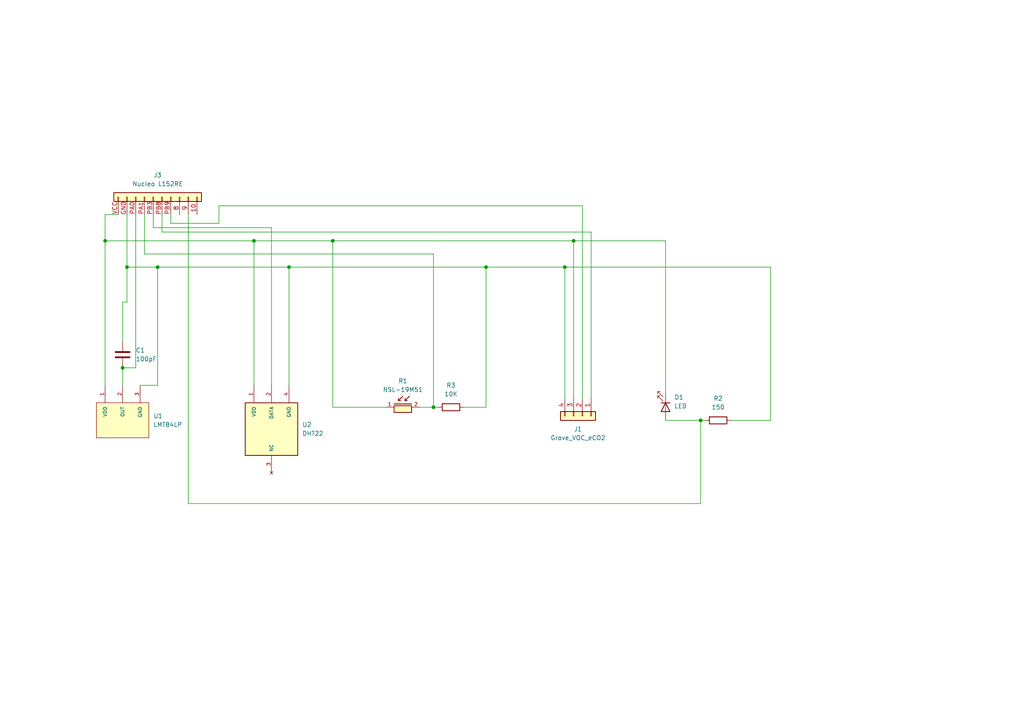
<source format=kicad_sch>
(kicad_sch
	(version 20250114)
	(generator "eeschema")
	(generator_version "9.0")
	(uuid "82e76da5-0746-4626-9683-a3fc5414fa7c")
	(paper "A4")
	(lib_symbols
		(symbol "Connector_Generic:Conn_01x04"
			(pin_names
				(offset 1.016)
				(hide yes)
			)
			(exclude_from_sim no)
			(in_bom yes)
			(on_board yes)
			(property "Reference" "J1"
				(at 2.54 0.0001 0)
				(effects
					(font
						(size 1.27 1.27)
					)
					(justify left)
				)
			)
			(property "Value" "Grove_VOC_eCO2"
				(at 2.54 -2.5399 0)
				(effects
					(font
						(size 1.27 1.27)
					)
					(justify left)
				)
			)
			(property "Footprint" "Connector_PinHeader_2.54mm:PinHeader_1x04_P2.54mm_Vertical"
				(at 0 0 0)
				(effects
					(font
						(size 1.27 1.27)
					)
					(hide yes)
				)
			)
			(property "Datasheet" "~"
				(at 0 0 0)
				(effects
					(font
						(size 1.27 1.27)
					)
					(hide yes)
				)
			)
			(property "Description" "Generic connector, single row, 01x04, script generated (kicad-library-utils/schlib/autogen/connector/)"
				(at 0 0 0)
				(effects
					(font
						(size 1.27 1.27)
					)
					(hide yes)
				)
			)
			(property "ki_keywords" "connector"
				(at 0 0 0)
				(effects
					(font
						(size 1.27 1.27)
					)
					(hide yes)
				)
			)
			(property "ki_fp_filters" "Connector*:*_1x??_*"
				(at 0 0 0)
				(effects
					(font
						(size 1.27 1.27)
					)
					(hide yes)
				)
			)
			(symbol "Conn_01x04_1_1"
				(rectangle
					(start -1.27 3.81)
					(end 1.27 -6.35)
					(stroke
						(width 0.254)
						(type default)
					)
					(fill
						(type background)
					)
				)
				(rectangle
					(start -1.27 2.667)
					(end 0 2.413)
					(stroke
						(width 0.1524)
						(type default)
					)
					(fill
						(type none)
					)
				)
				(rectangle
					(start -1.27 0.127)
					(end 0 -0.127)
					(stroke
						(width 0.1524)
						(type default)
					)
					(fill
						(type none)
					)
				)
				(rectangle
					(start -1.27 -2.413)
					(end 0 -2.667)
					(stroke
						(width 0.1524)
						(type default)
					)
					(fill
						(type none)
					)
				)
				(rectangle
					(start -1.27 -4.953)
					(end 0 -5.207)
					(stroke
						(width 0.1524)
						(type default)
					)
					(fill
						(type none)
					)
				)
				(pin passive line
					(at -5.08 2.54 0)
					(length 3.81)
					(name "SCL"
						(effects
							(font
								(size 1.27 1.27)
							)
						)
					)
					(number "1"
						(effects
							(font
								(size 1.27 1.27)
							)
						)
					)
				)
				(pin passive line
					(at -5.08 0 0)
					(length 3.81)
					(name "SDA"
						(effects
							(font
								(size 1.27 1.27)
							)
						)
					)
					(number "2"
						(effects
							(font
								(size 1.27 1.27)
							)
						)
					)
				)
				(pin passive line
					(at -5.08 -2.54 0)
					(length 3.81)
					(name "VCC"
						(effects
							(font
								(size 1.27 1.27)
							)
						)
					)
					(number "3"
						(effects
							(font
								(size 1.27 1.27)
							)
						)
					)
				)
				(pin passive line
					(at -5.08 -5.08 0)
					(length 3.81)
					(name "GND"
						(effects
							(font
								(size 1.27 1.27)
							)
						)
					)
					(number "4"
						(effects
							(font
								(size 1.27 1.27)
							)
						)
					)
				)
			)
			(embedded_fonts no)
		)
		(symbol "Connector_Generic:Conn_01x10"
			(pin_names
				(offset 1.016)
				(hide yes)
			)
			(exclude_from_sim no)
			(in_bom yes)
			(on_board yes)
			(property "Reference" "J3"
				(at 6.35 -1.27 90)
				(effects
					(font
						(size 1.27 1.27)
					)
				)
			)
			(property "Value" "Conn_01x10"
				(at 3.81 -1.27 90)
				(effects
					(font
						(size 1.27 1.27)
					)
				)
			)
			(property "Footprint" "Connector_PinHeader_2.54mm:PinHeader_2x05_P2.54mm_Vertical"
				(at 0 0 0)
				(effects
					(font
						(size 1.27 1.27)
					)
					(hide yes)
				)
			)
			(property "Datasheet" "~"
				(at 0 0 0)
				(effects
					(font
						(size 1.27 1.27)
					)
					(hide yes)
				)
			)
			(property "Description" "Generic connector, single row, 01x10, script generated (kicad-library-utils/schlib/autogen/connector/)"
				(at 0 0 0)
				(effects
					(font
						(size 1.27 1.27)
					)
					(hide yes)
				)
			)
			(property "ki_keywords" "connector"
				(at 0 0 0)
				(effects
					(font
						(size 1.27 1.27)
					)
					(hide yes)
				)
			)
			(property "ki_fp_filters" "Connector*:*_1x??_*"
				(at 0 0 0)
				(effects
					(font
						(size 1.27 1.27)
					)
					(hide yes)
				)
			)
			(symbol "Conn_01x10_1_1"
				(rectangle
					(start -1.27 11.43)
					(end 1.27 -13.97)
					(stroke
						(width 0.254)
						(type default)
					)
					(fill
						(type background)
					)
				)
				(rectangle
					(start -1.27 10.287)
					(end 0 10.033)
					(stroke
						(width 0.1524)
						(type default)
					)
					(fill
						(type none)
					)
				)
				(rectangle
					(start -1.27 7.747)
					(end 0 7.493)
					(stroke
						(width 0.1524)
						(type default)
					)
					(fill
						(type none)
					)
				)
				(rectangle
					(start -1.27 5.207)
					(end 0 4.953)
					(stroke
						(width 0.1524)
						(type default)
					)
					(fill
						(type none)
					)
				)
				(rectangle
					(start -1.27 2.667)
					(end 0 2.413)
					(stroke
						(width 0.1524)
						(type default)
					)
					(fill
						(type none)
					)
				)
				(rectangle
					(start -1.27 0.127)
					(end 0 -0.127)
					(stroke
						(width 0.1524)
						(type default)
					)
					(fill
						(type none)
					)
				)
				(rectangle
					(start -1.27 -2.413)
					(end 0 -2.667)
					(stroke
						(width 0.1524)
						(type default)
					)
					(fill
						(type none)
					)
				)
				(rectangle
					(start -1.27 -4.953)
					(end 0 -5.207)
					(stroke
						(width 0.1524)
						(type default)
					)
					(fill
						(type none)
					)
				)
				(rectangle
					(start -1.27 -7.493)
					(end 0 -7.747)
					(stroke
						(width 0.1524)
						(type default)
					)
					(fill
						(type none)
					)
				)
				(rectangle
					(start -1.27 -10.033)
					(end 0 -10.287)
					(stroke
						(width 0.1524)
						(type default)
					)
					(fill
						(type none)
					)
				)
				(rectangle
					(start -1.27 -12.573)
					(end 0 -12.827)
					(stroke
						(width 0.1524)
						(type default)
					)
					(fill
						(type none)
					)
				)
				(pin passive line
					(at -5.08 10.16 0)
					(length 3.81)
					(name "3V3"
						(effects
							(font
								(size 1.27 1.27)
							)
						)
					)
					(number "VCC"
						(effects
							(font
								(size 1.27 1.27)
							)
						)
					)
				)
				(pin passive line
					(at -5.08 7.62 0)
					(length 3.81)
					(name "GND"
						(effects
							(font
								(size 1.27 1.27)
							)
						)
					)
					(number "GND"
						(effects
							(font
								(size 1.27 1.27)
							)
						)
					)
				)
				(pin passive line
					(at -5.08 5.08 0)
					(length 3.81)
					(name "TEMP_ADC"
						(effects
							(font
								(size 1.27 1.27)
							)
						)
					)
					(number "PA0"
						(effects
							(font
								(size 1.27 1.27)
							)
						)
					)
				)
				(pin passive line
					(at -5.08 2.54 0)
					(length 3.81)
					(name "LDR_ADC"
						(effects
							(font
								(size 1.27 1.27)
							)
						)
					)
					(number "PA1"
						(effects
							(font
								(size 1.27 1.27)
							)
						)
					)
				)
				(pin passive line
					(at -5.08 0 0)
					(length 3.81)
					(name "DHT_DATA"
						(effects
							(font
								(size 1.27 1.27)
							)
						)
					)
					(number "PB3"
						(effects
							(font
								(size 1.27 1.27)
							)
						)
					)
				)
				(pin passive line
					(at -5.08 -2.54 0)
					(length 3.81)
					(name "VOC_SCL"
						(effects
							(font
								(size 1.27 1.27)
							)
						)
					)
					(number "PB8"
						(effects
							(font
								(size 1.27 1.27)
							)
						)
					)
				)
				(pin passive line
					(at -5.08 -5.08 0)
					(length 3.81)
					(name "VOC_SDA"
						(effects
							(font
								(size 1.27 1.27)
							)
						)
					)
					(number "PB9"
						(effects
							(font
								(size 1.27 1.27)
							)
						)
					)
				)
				(pin passive line
					(at -5.08 -7.62 0)
					(length 3.81)
					(name "ACV_ADC"
						(effects
							(font
								(size 1.27 1.27)
							)
						)
					)
					(number "8"
						(effects
							(font
								(size 1.27 1.27)
							)
						)
					)
				)
				(pin passive line
					(at -5.08 -10.16 0)
					(length 3.81)
					(name "LED_CTRL"
						(effects
							(font
								(size 1.27 1.27)
							)
						)
					)
					(number "9"
						(effects
							(font
								(size 1.27 1.27)
							)
						)
					)
				)
				(pin passive line
					(at -5.08 -12.7 0)
					(length 3.81)
					(name "SPARE_GPIO"
						(effects
							(font
								(size 1.27 1.27)
							)
						)
					)
					(number "10"
						(effects
							(font
								(size 1.27 1.27)
							)
						)
					)
				)
			)
			(embedded_fonts no)
		)
		(symbol "DHT22:DHT22"
			(pin_names
				(offset 1.016)
			)
			(exclude_from_sim no)
			(in_bom yes)
			(on_board yes)
			(property "Reference" "U"
				(at -7.62 8.382 0)
				(effects
					(font
						(size 1.27 1.27)
					)
					(justify left bottom)
				)
			)
			(property "Value" "DHT22"
				(at -7.62 -10.16 0)
				(effects
					(font
						(size 1.27 1.27)
					)
					(justify left bottom)
				)
			)
			(property "Footprint" "DHT22:XDCR_DHT22"
				(at 0 0 0)
				(effects
					(font
						(size 1.27 1.27)
					)
					(justify bottom)
					(hide yes)
				)
			)
			(property "Datasheet" ""
				(at 0 0 0)
				(effects
					(font
						(size 1.27 1.27)
					)
					(hide yes)
				)
			)
			(property "Description" ""
				(at 0 0 0)
				(effects
					(font
						(size 1.27 1.27)
					)
					(hide yes)
				)
			)
			(property "MF" "Aosong Electronics"
				(at 0 0 0)
				(effects
					(font
						(size 1.27 1.27)
					)
					(justify bottom)
					(hide yes)
				)
			)
			(property "MAXIMUM_PACKAGE_HEIGHT" "7.8 mm"
				(at 0 0 0)
				(effects
					(font
						(size 1.27 1.27)
					)
					(justify bottom)
					(hide yes)
				)
			)
			(property "CREATOR" "KARTHIK"
				(at 0 0 0)
				(effects
					(font
						(size 1.27 1.27)
					)
					(justify bottom)
					(hide yes)
				)
			)
			(property "Price" "None"
				(at 0 0 0)
				(effects
					(font
						(size 1.27 1.27)
					)
					(justify bottom)
					(hide yes)
				)
			)
			(property "Package" "Package"
				(at 0 0 0)
				(effects
					(font
						(size 1.27 1.27)
					)
					(justify bottom)
					(hide yes)
				)
			)
			(property "Check_prices" "https://www.snapeda.com/parts/DHT22/Aosong+Electronics/view-part/?ref=eda"
				(at 0 0 0)
				(effects
					(font
						(size 1.27 1.27)
					)
					(justify bottom)
					(hide yes)
				)
			)
			(property "STANDARD" "IPC-7351B"
				(at 0 0 0)
				(effects
					(font
						(size 1.27 1.27)
					)
					(justify bottom)
					(hide yes)
				)
			)
			(property "SnapEDA_Link" "https://www.snapeda.com/parts/DHT22/Aosong+Electronics/view-part/?ref=snap"
				(at 0 0 0)
				(effects
					(font
						(size 1.27 1.27)
					)
					(justify bottom)
					(hide yes)
				)
			)
			(property "MP" "DHT22"
				(at 0 0 0)
				(effects
					(font
						(size 1.27 1.27)
					)
					(justify bottom)
					(hide yes)
				)
			)
			(property "Description_1" "Capacitive-type humidity and temperature module/sensor"
				(at 0 0 0)
				(effects
					(font
						(size 1.27 1.27)
					)
					(justify bottom)
					(hide yes)
				)
			)
			(property "Availability" "Not in stock"
				(at 0 0 0)
				(effects
					(font
						(size 1.27 1.27)
					)
					(justify bottom)
					(hide yes)
				)
			)
			(property "MANUFACTURER" "Aosong Electronics"
				(at 0 0 0)
				(effects
					(font
						(size 1.27 1.27)
					)
					(justify bottom)
					(hide yes)
				)
			)
			(symbol "DHT22_0_0"
				(rectangle
					(start -7.62 -7.62)
					(end 7.62 7.62)
					(stroke
						(width 0.254)
						(type default)
					)
					(fill
						(type background)
					)
				)
				(pin no_connect line
					(at -12.7 0 0)
					(length 5.08)
					(name "NC"
						(effects
							(font
								(size 1.016 1.016)
							)
						)
					)
					(number "3"
						(effects
							(font
								(size 1.016 1.016)
							)
						)
					)
				)
				(pin power_in line
					(at 12.7 5.08 180)
					(length 5.08)
					(name "VDD"
						(effects
							(font
								(size 1.016 1.016)
							)
						)
					)
					(number "1"
						(effects
							(font
								(size 1.016 1.016)
							)
						)
					)
				)
				(pin bidirectional line
					(at 12.7 0 180)
					(length 5.08)
					(name "DATA"
						(effects
							(font
								(size 1.016 1.016)
							)
						)
					)
					(number "2"
						(effects
							(font
								(size 1.016 1.016)
							)
						)
					)
				)
				(pin power_in line
					(at 12.7 -5.08 180)
					(length 5.08)
					(name "GND"
						(effects
							(font
								(size 1.016 1.016)
							)
						)
					)
					(number "4"
						(effects
							(font
								(size 1.016 1.016)
							)
						)
					)
				)
			)
			(embedded_fonts no)
		)
		(symbol "Device:C"
			(pin_numbers
				(hide yes)
			)
			(pin_names
				(offset 0.254)
			)
			(exclude_from_sim no)
			(in_bom yes)
			(on_board yes)
			(property "Reference" "C"
				(at 0.635 2.54 0)
				(effects
					(font
						(size 1.27 1.27)
					)
					(justify left)
				)
			)
			(property "Value" "C"
				(at 0.635 -2.54 0)
				(effects
					(font
						(size 1.27 1.27)
					)
					(justify left)
				)
			)
			(property "Footprint" ""
				(at 0.9652 -3.81 0)
				(effects
					(font
						(size 1.27 1.27)
					)
					(hide yes)
				)
			)
			(property "Datasheet" "~"
				(at 0 0 0)
				(effects
					(font
						(size 1.27 1.27)
					)
					(hide yes)
				)
			)
			(property "Description" "Unpolarized capacitor"
				(at 0 0 0)
				(effects
					(font
						(size 1.27 1.27)
					)
					(hide yes)
				)
			)
			(property "ki_keywords" "cap capacitor"
				(at 0 0 0)
				(effects
					(font
						(size 1.27 1.27)
					)
					(hide yes)
				)
			)
			(property "ki_fp_filters" "C_*"
				(at 0 0 0)
				(effects
					(font
						(size 1.27 1.27)
					)
					(hide yes)
				)
			)
			(symbol "C_0_1"
				(polyline
					(pts
						(xy -2.032 0.762) (xy 2.032 0.762)
					)
					(stroke
						(width 0.508)
						(type default)
					)
					(fill
						(type none)
					)
				)
				(polyline
					(pts
						(xy -2.032 -0.762) (xy 2.032 -0.762)
					)
					(stroke
						(width 0.508)
						(type default)
					)
					(fill
						(type none)
					)
				)
			)
			(symbol "C_1_1"
				(pin passive line
					(at 0 3.81 270)
					(length 2.794)
					(name "~"
						(effects
							(font
								(size 1.27 1.27)
							)
						)
					)
					(number "1"
						(effects
							(font
								(size 1.27 1.27)
							)
						)
					)
				)
				(pin passive line
					(at 0 -3.81 90)
					(length 2.794)
					(name "~"
						(effects
							(font
								(size 1.27 1.27)
							)
						)
					)
					(number "2"
						(effects
							(font
								(size 1.27 1.27)
							)
						)
					)
				)
			)
			(embedded_fonts no)
		)
		(symbol "Device:LED"
			(pin_numbers
				(hide yes)
			)
			(pin_names
				(offset 1.016)
				(hide yes)
			)
			(exclude_from_sim no)
			(in_bom yes)
			(on_board yes)
			(property "Reference" "D"
				(at 0 2.54 0)
				(effects
					(font
						(size 1.27 1.27)
					)
				)
			)
			(property "Value" "LED"
				(at 0 -2.54 0)
				(effects
					(font
						(size 1.27 1.27)
					)
				)
			)
			(property "Footprint" ""
				(at 0 0 0)
				(effects
					(font
						(size 1.27 1.27)
					)
					(hide yes)
				)
			)
			(property "Datasheet" "~"
				(at 0 0 0)
				(effects
					(font
						(size 1.27 1.27)
					)
					(hide yes)
				)
			)
			(property "Description" "Light emitting diode"
				(at 0 0 0)
				(effects
					(font
						(size 1.27 1.27)
					)
					(hide yes)
				)
			)
			(property "Sim.Pins" "1=K 2=A"
				(at 0 0 0)
				(effects
					(font
						(size 1.27 1.27)
					)
					(hide yes)
				)
			)
			(property "ki_keywords" "LED diode"
				(at 0 0 0)
				(effects
					(font
						(size 1.27 1.27)
					)
					(hide yes)
				)
			)
			(property "ki_fp_filters" "LED* LED_SMD:* LED_THT:*"
				(at 0 0 0)
				(effects
					(font
						(size 1.27 1.27)
					)
					(hide yes)
				)
			)
			(symbol "LED_0_1"
				(polyline
					(pts
						(xy -3.048 -0.762) (xy -4.572 -2.286) (xy -3.81 -2.286) (xy -4.572 -2.286) (xy -4.572 -1.524)
					)
					(stroke
						(width 0)
						(type default)
					)
					(fill
						(type none)
					)
				)
				(polyline
					(pts
						(xy -1.778 -0.762) (xy -3.302 -2.286) (xy -2.54 -2.286) (xy -3.302 -2.286) (xy -3.302 -1.524)
					)
					(stroke
						(width 0)
						(type default)
					)
					(fill
						(type none)
					)
				)
				(polyline
					(pts
						(xy -1.27 0) (xy 1.27 0)
					)
					(stroke
						(width 0)
						(type default)
					)
					(fill
						(type none)
					)
				)
				(polyline
					(pts
						(xy -1.27 -1.27) (xy -1.27 1.27)
					)
					(stroke
						(width 0.254)
						(type default)
					)
					(fill
						(type none)
					)
				)
				(polyline
					(pts
						(xy 1.27 -1.27) (xy 1.27 1.27) (xy -1.27 0) (xy 1.27 -1.27)
					)
					(stroke
						(width 0.254)
						(type default)
					)
					(fill
						(type none)
					)
				)
			)
			(symbol "LED_1_1"
				(pin passive line
					(at -3.81 0 0)
					(length 2.54)
					(name "K"
						(effects
							(font
								(size 1.27 1.27)
							)
						)
					)
					(number "1"
						(effects
							(font
								(size 1.27 1.27)
							)
						)
					)
				)
				(pin passive line
					(at 3.81 0 180)
					(length 2.54)
					(name "A"
						(effects
							(font
								(size 1.27 1.27)
							)
						)
					)
					(number "2"
						(effects
							(font
								(size 1.27 1.27)
							)
						)
					)
				)
			)
			(embedded_fonts no)
		)
		(symbol "Device:R"
			(pin_numbers
				(hide yes)
			)
			(pin_names
				(offset 0)
			)
			(exclude_from_sim no)
			(in_bom yes)
			(on_board yes)
			(property "Reference" "R"
				(at 2.032 0 90)
				(effects
					(font
						(size 1.27 1.27)
					)
				)
			)
			(property "Value" "R"
				(at 0 0 90)
				(effects
					(font
						(size 1.27 1.27)
					)
				)
			)
			(property "Footprint" ""
				(at -1.778 0 90)
				(effects
					(font
						(size 1.27 1.27)
					)
					(hide yes)
				)
			)
			(property "Datasheet" "~"
				(at 0 0 0)
				(effects
					(font
						(size 1.27 1.27)
					)
					(hide yes)
				)
			)
			(property "Description" "Resistor"
				(at 0 0 0)
				(effects
					(font
						(size 1.27 1.27)
					)
					(hide yes)
				)
			)
			(property "ki_keywords" "R res resistor"
				(at 0 0 0)
				(effects
					(font
						(size 1.27 1.27)
					)
					(hide yes)
				)
			)
			(property "ki_fp_filters" "R_*"
				(at 0 0 0)
				(effects
					(font
						(size 1.27 1.27)
					)
					(hide yes)
				)
			)
			(symbol "R_0_1"
				(rectangle
					(start -1.016 -2.54)
					(end 1.016 2.54)
					(stroke
						(width 0.254)
						(type default)
					)
					(fill
						(type none)
					)
				)
			)
			(symbol "R_1_1"
				(pin passive line
					(at 0 3.81 270)
					(length 1.27)
					(name "~"
						(effects
							(font
								(size 1.27 1.27)
							)
						)
					)
					(number "1"
						(effects
							(font
								(size 1.27 1.27)
							)
						)
					)
				)
				(pin passive line
					(at 0 -3.81 90)
					(length 1.27)
					(name "~"
						(effects
							(font
								(size 1.27 1.27)
							)
						)
					)
					(number "2"
						(effects
							(font
								(size 1.27 1.27)
							)
						)
					)
				)
			)
			(embedded_fonts no)
		)
		(symbol "LMT84LP:LMT84LP"
			(pin_names
				(offset 1.016)
			)
			(exclude_from_sim no)
			(in_bom yes)
			(on_board yes)
			(property "Reference" "U"
				(at -5.08 8.128 0)
				(effects
					(font
						(size 1.27 1.27)
					)
					(justify left bottom)
				)
			)
			(property "Value" "LMT84LP"
				(at -5.08 -10.16 0)
				(effects
					(font
						(size 1.27 1.27)
					)
					(justify left bottom)
				)
			)
			(property "Footprint" "LMT84LP:TO92127P521H1034-3"
				(at 0 0 0)
				(effects
					(font
						(size 1.27 1.27)
					)
					(justify bottom)
					(hide yes)
				)
			)
			(property "Datasheet" ""
				(at 0 0 0)
				(effects
					(font
						(size 1.27 1.27)
					)
					(hide yes)
				)
			)
			(property "Description" ""
				(at 0 0 0)
				(effects
					(font
						(size 1.27 1.27)
					)
					(hide yes)
				)
			)
			(property "MF" "Texas Instruments"
				(at 0 0 0)
				(effects
					(font
						(size 1.27 1.27)
					)
					(justify bottom)
					(hide yes)
				)
			)
			(property "MAXIMUM_PACKAGE_HEIGHT" "7.88mm"
				(at 0 0 0)
				(effects
					(font
						(size 1.27 1.27)
					)
					(justify bottom)
					(hide yes)
				)
			)
			(property "Package" "TO-92-3 Texas Instruments"
				(at 0 0 0)
				(effects
					(font
						(size 1.27 1.27)
					)
					(justify bottom)
					(hide yes)
				)
			)
			(property "Price" "None"
				(at 0 0 0)
				(effects
					(font
						(size 1.27 1.27)
					)
					(justify bottom)
					(hide yes)
				)
			)
			(property "Check_prices" "https://www.snapeda.com/parts/LMT84LP/Texas+Instruments/view-part/?ref=eda"
				(at 0 0 0)
				(effects
					(font
						(size 1.27 1.27)
					)
					(justify bottom)
					(hide yes)
				)
			)
			(property "STANDARD" "IPC-7351B"
				(at 0 0 0)
				(effects
					(font
						(size 1.27 1.27)
					)
					(justify bottom)
					(hide yes)
				)
			)
			(property "PARTREV" "4215214/B"
				(at 0 0 0)
				(effects
					(font
						(size 1.27 1.27)
					)
					(justify bottom)
					(hide yes)
				)
			)
			(property "SnapEDA_Link" "https://www.snapeda.com/parts/LMT84LP/Texas+Instruments/view-part/?ref=snap"
				(at 0 0 0)
				(effects
					(font
						(size 1.27 1.27)
					)
					(justify bottom)
					(hide yes)
				)
			)
			(property "MP" "LMT84LP"
				(at 0 0 0)
				(effects
					(font
						(size 1.27 1.27)
					)
					(justify bottom)
					(hide yes)
				)
			)
			(property "Description_1" "1.5V-Capable, 10 uA Analog Output Temperature Sensor in SC70 and TO-92"
				(at 0 0 0)
				(effects
					(font
						(size 1.27 1.27)
					)
					(justify bottom)
					(hide yes)
				)
			)
			(property "Availability" "In Stock"
				(at 0 0 0)
				(effects
					(font
						(size 1.27 1.27)
					)
					(justify bottom)
					(hide yes)
				)
			)
			(property "MANUFACTURER" "Texas Instruments"
				(at 0 0 0)
				(effects
					(font
						(size 1.27 1.27)
					)
					(justify bottom)
					(hide yes)
				)
			)
			(symbol "LMT84LP_0_0"
				(rectangle
					(start -5.08 -7.62)
					(end 5.08 7.62)
					(stroke
						(width 0.1524)
						(type default)
					)
					(fill
						(type background)
					)
				)
				(pin power_in line
					(at 10.16 5.08 180)
					(length 5.08)
					(name "VDD"
						(effects
							(font
								(size 1.016 1.016)
							)
						)
					)
					(number "1"
						(effects
							(font
								(size 1.016 1.016)
							)
						)
					)
				)
				(pin output line
					(at 10.16 0 180)
					(length 5.08)
					(name "OUT"
						(effects
							(font
								(size 1.016 1.016)
							)
						)
					)
					(number "2"
						(effects
							(font
								(size 1.016 1.016)
							)
						)
					)
				)
				(pin power_in line
					(at 10.16 -5.08 180)
					(length 5.08)
					(name "GND"
						(effects
							(font
								(size 1.016 1.016)
							)
						)
					)
					(number "3"
						(effects
							(font
								(size 1.016 1.016)
							)
						)
					)
				)
			)
			(embedded_fonts no)
		)
		(symbol "NSL-19M51:NSL-19M51"
			(pin_names
				(offset 1.016)
			)
			(exclude_from_sim no)
			(in_bom yes)
			(on_board yes)
			(property "Reference" "R"
				(at -2.863 -3.1811 0)
				(effects
					(font
						(size 1.27 1.27)
					)
					(justify left bottom)
				)
			)
			(property "Value" "NSL-19M51"
				(at -2.8646 -5.411 0)
				(effects
					(font
						(size 1.27 1.27)
					)
					(justify left bottom)
				)
			)
			(property "Footprint" "NSL-19M51:NSL_19M51"
				(at 0 0 0)
				(effects
					(font
						(size 1.27 1.27)
					)
					(justify bottom)
					(hide yes)
				)
			)
			(property "Datasheet" ""
				(at 0 0 0)
				(effects
					(font
						(size 1.27 1.27)
					)
					(hide yes)
				)
			)
			(property "Description" ""
				(at 0 0 0)
				(effects
					(font
						(size 1.27 1.27)
					)
					(hide yes)
				)
			)
			(property "MF" "Advanced Photonix"
				(at 0 0 0)
				(effects
					(font
						(size 1.27 1.27)
					)
					(justify bottom)
					(hide yes)
				)
			)
			(property "Description_1" "CdS Cells 550nm 20 ~ 100kOhms @ 10 lux"
				(at 0 0 0)
				(effects
					(font
						(size 1.27 1.27)
					)
					(justify bottom)
					(hide yes)
				)
			)
			(property "Package" "Radial Advanced Photonix"
				(at 0 0 0)
				(effects
					(font
						(size 1.27 1.27)
					)
					(justify bottom)
					(hide yes)
				)
			)
			(property "Price" "None"
				(at 0 0 0)
				(effects
					(font
						(size 1.27 1.27)
					)
					(justify bottom)
					(hide yes)
				)
			)
			(property "SnapEDA_Link" "https://www.snapeda.com/parts/NSL-19M51/Advanced+Photonix/view-part/?ref=snap"
				(at 0 0 0)
				(effects
					(font
						(size 1.27 1.27)
					)
					(justify bottom)
					(hide yes)
				)
			)
			(property "MP" "NSL-19M51"
				(at 0 0 0)
				(effects
					(font
						(size 1.27 1.27)
					)
					(justify bottom)
					(hide yes)
				)
			)
			(property "Availability" "In Stock"
				(at 0 0 0)
				(effects
					(font
						(size 1.27 1.27)
					)
					(justify bottom)
					(hide yes)
				)
			)
			(property "Check_prices" "https://www.snapeda.com/parts/NSL-19M51/Advanced+Photonix/view-part/?ref=eda"
				(at 0 0 0)
				(effects
					(font
						(size 1.27 1.27)
					)
					(justify bottom)
					(hide yes)
				)
			)
			(symbol "NSL-19M51_0_0"
				(polyline
					(pts
						(xy -2.54 0.9525) (xy 2.54 0.9525)
					)
					(stroke
						(width 0.254)
						(type default)
					)
					(fill
						(type none)
					)
				)
				(rectangle
					(start -2.54 -1.4968)
					(end 2.54 0.4082)
					(stroke
						(width 0.254)
						(type default)
					)
					(fill
						(type background)
					)
				)
				(polyline
					(pts
						(xy -1.27 1.905) (xy -1.27 2.54)
					)
					(stroke
						(width 0.25)
						(type default)
					)
					(fill
						(type none)
					)
				)
				(polyline
					(pts
						(xy -1.27 1.905) (xy -0.635 1.905)
					)
					(stroke
						(width 0.25)
						(type default)
					)
					(fill
						(type none)
					)
				)
				(polyline
					(pts
						(xy 0 3.175) (xy -1.27 1.905)
					)
					(stroke
						(width 0.25)
						(type default)
					)
					(fill
						(type none)
					)
				)
				(polyline
					(pts
						(xy 0.635 1.905) (xy 0.635 2.54)
					)
					(stroke
						(width 0.25)
						(type default)
					)
					(fill
						(type none)
					)
				)
				(polyline
					(pts
						(xy 0.635 1.905) (xy 1.27 1.905)
					)
					(stroke
						(width 0.25)
						(type default)
					)
					(fill
						(type none)
					)
				)
				(polyline
					(pts
						(xy 1.905 3.175) (xy 0.635 1.905)
					)
					(stroke
						(width 0.25)
						(type default)
					)
					(fill
						(type none)
					)
				)
				(pin passive line
					(at -5.08 0 0)
					(length 2.54)
					(name "~"
						(effects
							(font
								(size 1.016 1.016)
							)
						)
					)
					(number "1"
						(effects
							(font
								(size 1.016 1.016)
							)
						)
					)
				)
				(pin passive line
					(at 5.08 0 180)
					(length 2.54)
					(name "~"
						(effects
							(font
								(size 1.016 1.016)
							)
						)
					)
					(number "2"
						(effects
							(font
								(size 1.016 1.016)
							)
						)
					)
				)
			)
			(embedded_fonts no)
		)
	)
	(junction
		(at 166.37 69.85)
		(diameter 0)
		(color 0 0 0 0)
		(uuid "024d0de6-3b94-4d11-8771-74cf37e3a952")
	)
	(junction
		(at 96.52 69.85)
		(diameter 0)
		(color 0 0 0 0)
		(uuid "0978dcad-11b5-4897-9f85-c07a9cf23d98")
	)
	(junction
		(at 83.82 77.47)
		(diameter 0)
		(color 0 0 0 0)
		(uuid "1446ea88-866c-4eef-b58a-402601f1897c")
	)
	(junction
		(at 36.83 77.47)
		(diameter 0)
		(color 0 0 0 0)
		(uuid "21346a42-47c8-46bc-b589-4d0a6c9e16f8")
	)
	(junction
		(at 30.48 69.85)
		(diameter 0)
		(color 0 0 0 0)
		(uuid "3ee36b4f-7903-4e4d-b6b2-a62079ad75a6")
	)
	(junction
		(at 140.97 77.47)
		(diameter 0)
		(color 0 0 0 0)
		(uuid "5dc37840-5cb0-4d2c-a5dd-40ab95a22f95")
	)
	(junction
		(at 125.73 118.11)
		(diameter 0)
		(color 0 0 0 0)
		(uuid "8854798a-7b44-4ac7-8a1e-00fdf4ebdadd")
	)
	(junction
		(at 73.66 69.85)
		(diameter 0)
		(color 0 0 0 0)
		(uuid "95aca6a6-8b6a-4baa-a187-0ecd7eb2d408")
	)
	(junction
		(at 45.72 77.47)
		(diameter 0)
		(color 0 0 0 0)
		(uuid "96cec780-a5f7-4b26-989f-32faeeb57245")
	)
	(junction
		(at 203.2 121.92)
		(diameter 0)
		(color 0 0 0 0)
		(uuid "a8992ffe-4f80-403b-991a-b34c5955b14c")
	)
	(junction
		(at 35.56 106.68)
		(diameter 0)
		(color 0 0 0 0)
		(uuid "bbd64b25-3862-4c25-9c14-73b1b7f3d801")
	)
	(junction
		(at 163.83 77.47)
		(diameter 0)
		(color 0 0 0 0)
		(uuid "d82d1f9a-3455-4f28-8b58-a537f3d859a1")
	)
	(wire
		(pts
			(xy 125.73 118.11) (xy 127 118.11)
		)
		(stroke
			(width 0)
			(type default)
		)
		(uuid "055a21f6-93d0-40e5-9f64-e5ad0897b05c")
	)
	(wire
		(pts
			(xy 171.45 115.57) (xy 171.45 67.31)
		)
		(stroke
			(width 0)
			(type default)
		)
		(uuid "0929069c-e114-4a3e-90e3-4466490fadda")
	)
	(wire
		(pts
			(xy 171.45 67.31) (xy 46.99 67.31)
		)
		(stroke
			(width 0)
			(type default)
		)
		(uuid "0a0e6042-9340-4fa0-ac88-9b4a47d68b5e")
	)
	(wire
		(pts
			(xy 96.52 118.11) (xy 96.52 69.85)
		)
		(stroke
			(width 0)
			(type default)
		)
		(uuid "13083bef-5007-4817-8f0e-3ab7dcedb73d")
	)
	(wire
		(pts
			(xy 30.48 69.85) (xy 73.66 69.85)
		)
		(stroke
			(width 0)
			(type default)
		)
		(uuid "16720fc2-af84-42ee-9aff-c4113e159d43")
	)
	(wire
		(pts
			(xy 30.48 111.76) (xy 30.48 69.85)
		)
		(stroke
			(width 0)
			(type default)
		)
		(uuid "1e8cd918-5baa-4e85-ac74-9e1e0034d23c")
	)
	(wire
		(pts
			(xy 223.52 121.92) (xy 223.52 77.47)
		)
		(stroke
			(width 0)
			(type default)
		)
		(uuid "27650979-6a7f-4779-a267-7e06fc64dde8")
	)
	(wire
		(pts
			(xy 54.61 146.05) (xy 203.2 146.05)
		)
		(stroke
			(width 0)
			(type default)
		)
		(uuid "29d89666-f9fe-4ba1-9cd9-e292fbe68e7e")
	)
	(wire
		(pts
			(xy 35.56 106.68) (xy 35.56 111.76)
		)
		(stroke
			(width 0)
			(type default)
		)
		(uuid "2bad89a0-c916-4041-b4df-dc49676286ed")
	)
	(wire
		(pts
			(xy 45.72 77.47) (xy 36.83 77.47)
		)
		(stroke
			(width 0)
			(type default)
		)
		(uuid "4644baf4-947d-49df-84f3-c95125d3ce47")
	)
	(wire
		(pts
			(xy 30.48 62.23) (xy 34.29 62.23)
		)
		(stroke
			(width 0)
			(type default)
		)
		(uuid "48161f2c-7316-43fb-ba70-3f34487d3d84")
	)
	(wire
		(pts
			(xy 168.91 115.57) (xy 168.91 59.69)
		)
		(stroke
			(width 0)
			(type default)
		)
		(uuid "4df9298c-b92d-4625-b6d9-bef168f37711")
	)
	(wire
		(pts
			(xy 78.74 111.76) (xy 78.74 66.04)
		)
		(stroke
			(width 0)
			(type default)
		)
		(uuid "4eb45793-e3ce-4ad4-9772-6957506cee0d")
	)
	(wire
		(pts
			(xy 193.04 121.92) (xy 203.2 121.92)
		)
		(stroke
			(width 0)
			(type default)
		)
		(uuid "52f17515-1264-48f6-9bb9-73f82f008978")
	)
	(wire
		(pts
			(xy 203.2 121.92) (xy 204.47 121.92)
		)
		(stroke
			(width 0)
			(type default)
		)
		(uuid "53fa8347-8732-4a18-b1ef-b14720202d22")
	)
	(wire
		(pts
			(xy 35.56 99.06) (xy 35.56 87.63)
		)
		(stroke
			(width 0)
			(type default)
		)
		(uuid "552b5290-b6d4-4421-af13-a883419745cd")
	)
	(wire
		(pts
			(xy 40.64 111.76) (xy 45.72 111.76)
		)
		(stroke
			(width 0)
			(type default)
		)
		(uuid "5ab9849e-66fc-4352-ae87-7b88820e0886")
	)
	(wire
		(pts
			(xy 193.04 69.85) (xy 166.37 69.85)
		)
		(stroke
			(width 0)
			(type default)
		)
		(uuid "616b6b87-7a88-485a-8662-6b339d065fbb")
	)
	(wire
		(pts
			(xy 83.82 77.47) (xy 140.97 77.47)
		)
		(stroke
			(width 0)
			(type default)
		)
		(uuid "644a39da-b2be-42ed-9b7a-0aa03dea2d86")
	)
	(wire
		(pts
			(xy 30.48 69.85) (xy 30.48 62.23)
		)
		(stroke
			(width 0)
			(type default)
		)
		(uuid "6c30f662-1584-42b9-96a9-a16a0be42f50")
	)
	(wire
		(pts
			(xy 54.61 62.23) (xy 54.61 146.05)
		)
		(stroke
			(width 0)
			(type default)
		)
		(uuid "6cdb6d2f-6f3e-4bb6-9034-9382b4177c11")
	)
	(wire
		(pts
			(xy 134.62 118.11) (xy 140.97 118.11)
		)
		(stroke
			(width 0)
			(type default)
		)
		(uuid "78bc7ee5-b583-496b-a197-14290bc9c6d4")
	)
	(wire
		(pts
			(xy 36.83 77.47) (xy 36.83 62.23)
		)
		(stroke
			(width 0)
			(type default)
		)
		(uuid "79b16c71-069b-4d78-b338-bf33f3afc639")
	)
	(wire
		(pts
			(xy 83.82 77.47) (xy 83.82 111.76)
		)
		(stroke
			(width 0)
			(type default)
		)
		(uuid "84dd7a69-7842-4d25-a9e5-16934759a25e")
	)
	(wire
		(pts
			(xy 78.74 66.04) (xy 44.45 66.04)
		)
		(stroke
			(width 0)
			(type default)
		)
		(uuid "89cdf9a5-3e84-4e8a-862f-24cd18b05771")
	)
	(wire
		(pts
			(xy 36.83 87.63) (xy 36.83 77.47)
		)
		(stroke
			(width 0)
			(type default)
		)
		(uuid "8df318c0-d843-46aa-94be-3978f58985a3")
	)
	(wire
		(pts
			(xy 73.66 69.85) (xy 96.52 69.85)
		)
		(stroke
			(width 0)
			(type default)
		)
		(uuid "8e334108-3b5c-4c7c-8cfb-4da16d256874")
	)
	(wire
		(pts
			(xy 140.97 118.11) (xy 140.97 77.47)
		)
		(stroke
			(width 0)
			(type default)
		)
		(uuid "92eeb4e9-244a-46e5-bab9-082ef9852bb0")
	)
	(wire
		(pts
			(xy 96.52 69.85) (xy 166.37 69.85)
		)
		(stroke
			(width 0)
			(type default)
		)
		(uuid "934a003f-25c2-4ada-8d94-8383625cf715")
	)
	(wire
		(pts
			(xy 166.37 115.57) (xy 166.37 69.85)
		)
		(stroke
			(width 0)
			(type default)
		)
		(uuid "99656491-166b-4471-888e-a2ed08def38d")
	)
	(wire
		(pts
			(xy 46.99 67.31) (xy 46.99 62.23)
		)
		(stroke
			(width 0)
			(type default)
		)
		(uuid "996b62f1-7969-41b5-994d-60d08664d0fe")
	)
	(wire
		(pts
			(xy 49.53 64.77) (xy 49.53 62.23)
		)
		(stroke
			(width 0)
			(type default)
		)
		(uuid "9db0eac8-71eb-4ddf-be1b-6b3b10d2b271")
	)
	(wire
		(pts
			(xy 44.45 66.04) (xy 44.45 62.23)
		)
		(stroke
			(width 0)
			(type default)
		)
		(uuid "9dbb8027-210e-450e-aae5-629d66ee45ec")
	)
	(wire
		(pts
			(xy 41.91 73.66) (xy 125.73 73.66)
		)
		(stroke
			(width 0)
			(type default)
		)
		(uuid "9eb6c797-a8f7-4745-84e6-d20566c4128d")
	)
	(wire
		(pts
			(xy 45.72 111.76) (xy 45.72 77.47)
		)
		(stroke
			(width 0)
			(type default)
		)
		(uuid "a40e9f54-71a7-4e12-9503-69f4e20fb652")
	)
	(wire
		(pts
			(xy 223.52 77.47) (xy 163.83 77.47)
		)
		(stroke
			(width 0)
			(type default)
		)
		(uuid "ac40a6aa-c4ef-424a-904f-c826458730e2")
	)
	(wire
		(pts
			(xy 35.56 87.63) (xy 36.83 87.63)
		)
		(stroke
			(width 0)
			(type default)
		)
		(uuid "b3206565-48c0-40f6-a848-9f9a0e38016b")
	)
	(wire
		(pts
			(xy 193.04 114.3) (xy 193.04 69.85)
		)
		(stroke
			(width 0)
			(type default)
		)
		(uuid "b3d6db13-70c8-488e-a179-2aa360ac319f")
	)
	(wire
		(pts
			(xy 73.66 69.85) (xy 73.66 111.76)
		)
		(stroke
			(width 0)
			(type default)
		)
		(uuid "b4c03bac-d4fb-4558-80f3-99ee7030d4b2")
	)
	(wire
		(pts
			(xy 168.91 59.69) (xy 63.5 59.69)
		)
		(stroke
			(width 0)
			(type default)
		)
		(uuid "b8464997-f9b1-420f-a57c-4e7eceb39760")
	)
	(wire
		(pts
			(xy 39.37 106.68) (xy 35.56 106.68)
		)
		(stroke
			(width 0)
			(type default)
		)
		(uuid "bdf158bd-b038-441e-96e9-3405b8b30591")
	)
	(wire
		(pts
			(xy 212.09 121.92) (xy 223.52 121.92)
		)
		(stroke
			(width 0)
			(type default)
		)
		(uuid "be612f9e-1be2-4e85-8d25-cec89b92dd8c")
	)
	(wire
		(pts
			(xy 45.72 77.47) (xy 83.82 77.47)
		)
		(stroke
			(width 0)
			(type default)
		)
		(uuid "c8b5d539-8a93-4b7a-bc25-4508b5dc77a2")
	)
	(wire
		(pts
			(xy 121.92 118.11) (xy 125.73 118.11)
		)
		(stroke
			(width 0)
			(type default)
		)
		(uuid "ca312416-199e-4f87-8ec4-8d22b0066dae")
	)
	(wire
		(pts
			(xy 125.73 73.66) (xy 125.73 118.11)
		)
		(stroke
			(width 0)
			(type default)
		)
		(uuid "cd7c1da4-6ce5-4963-b2f7-f5958b0e63b9")
	)
	(wire
		(pts
			(xy 39.37 62.23) (xy 39.37 106.68)
		)
		(stroke
			(width 0)
			(type default)
		)
		(uuid "e2920334-fb48-41c7-bcde-199fd89f099b")
	)
	(wire
		(pts
			(xy 203.2 146.05) (xy 203.2 121.92)
		)
		(stroke
			(width 0)
			(type default)
		)
		(uuid "e4575144-4132-40a7-94d4-e2c113e03ffb")
	)
	(wire
		(pts
			(xy 163.83 77.47) (xy 140.97 77.47)
		)
		(stroke
			(width 0)
			(type default)
		)
		(uuid "e6bc24a6-890e-49ae-ba56-c98b621fa3b5")
	)
	(wire
		(pts
			(xy 163.83 115.57) (xy 163.83 77.47)
		)
		(stroke
			(width 0)
			(type default)
		)
		(uuid "e991319f-c5e8-4140-bba5-6d2039162a72")
	)
	(wire
		(pts
			(xy 111.76 118.11) (xy 96.52 118.11)
		)
		(stroke
			(width 0)
			(type default)
		)
		(uuid "eebac416-109d-46d9-a017-e3d405d58c50")
	)
	(wire
		(pts
			(xy 63.5 64.77) (xy 49.53 64.77)
		)
		(stroke
			(width 0)
			(type default)
		)
		(uuid "fc0ebea4-dbe4-4bac-b931-51858a626397")
	)
	(wire
		(pts
			(xy 63.5 59.69) (xy 63.5 64.77)
		)
		(stroke
			(width 0)
			(type default)
		)
		(uuid "fd1d795f-7afe-4d02-9769-52561ec923de")
	)
	(wire
		(pts
			(xy 41.91 62.23) (xy 41.91 73.66)
		)
		(stroke
			(width 0)
			(type default)
		)
		(uuid "ff5d46ac-b450-4e52-abb4-81974ad8f8e7")
	)
	(symbol
		(lib_id "Device:R")
		(at 208.28 121.92 90)
		(unit 1)
		(exclude_from_sim no)
		(in_bom yes)
		(on_board yes)
		(dnp no)
		(fields_autoplaced yes)
		(uuid "3023a84b-5dcb-40e5-8c02-7a2e595d889e")
		(property "Reference" "R2"
			(at 208.28 115.57 90)
			(effects
				(font
					(size 1.27 1.27)
				)
			)
		)
		(property "Value" "150"
			(at 208.28 118.11 90)
			(effects
				(font
					(size 1.27 1.27)
				)
			)
		)
		(property "Footprint" "Resistor_THT:R_Axial_DIN0207_L6.3mm_D2.5mm_P7.62mm_Horizontal"
			(at 208.28 123.698 90)
			(effects
				(font
					(size 1.27 1.27)
				)
				(hide yes)
			)
		)
		(property "Datasheet" "~"
			(at 208.28 121.92 0)
			(effects
				(font
					(size 1.27 1.27)
				)
				(hide yes)
			)
		)
		(property "Description" "Resistor"
			(at 208.28 121.92 0)
			(effects
				(font
					(size 1.27 1.27)
				)
				(hide yes)
			)
		)
		(pin "2"
			(uuid "249aea87-fd80-4c6f-b38e-4d189ddfb0a2")
		)
		(pin "1"
			(uuid "240837e3-7202-44a6-9b67-fd111518a309")
		)
		(instances
			(project ""
				(path "/82e76da5-0746-4626-9683-a3fc5414fa7c"
					(reference "R2")
					(unit 1)
				)
			)
		)
	)
	(symbol
		(lib_id "Device:R")
		(at 130.81 118.11 90)
		(unit 1)
		(exclude_from_sim no)
		(in_bom yes)
		(on_board yes)
		(dnp no)
		(fields_autoplaced yes)
		(uuid "51309247-7107-4c16-973d-18fc09bbe5d2")
		(property "Reference" "R3"
			(at 130.81 111.76 90)
			(effects
				(font
					(size 1.27 1.27)
				)
			)
		)
		(property "Value" "10K"
			(at 130.81 114.3 90)
			(effects
				(font
					(size 1.27 1.27)
				)
			)
		)
		(property "Footprint" "Resistor_THT:R_Axial_DIN0207_L6.3mm_D2.5mm_P7.62mm_Horizontal"
			(at 130.81 119.888 90)
			(effects
				(font
					(size 1.27 1.27)
				)
				(hide yes)
			)
		)
		(property "Datasheet" "~"
			(at 130.81 118.11 0)
			(effects
				(font
					(size 1.27 1.27)
				)
				(hide yes)
			)
		)
		(property "Description" "Resistor"
			(at 130.81 118.11 0)
			(effects
				(font
					(size 1.27 1.27)
				)
				(hide yes)
			)
		)
		(pin "2"
			(uuid "f1aac17e-f432-4236-808d-99cb4395ee5d")
		)
		(pin "1"
			(uuid "2c4ce854-a8cd-4944-b6de-0ff91185e73f")
		)
		(instances
			(project ""
				(path "/82e76da5-0746-4626-9683-a3fc5414fa7c"
					(reference "R3")
					(unit 1)
				)
			)
		)
	)
	(symbol
		(lib_id "DHT22:DHT22")
		(at 78.74 124.46 90)
		(unit 1)
		(exclude_from_sim no)
		(in_bom yes)
		(on_board yes)
		(dnp no)
		(fields_autoplaced yes)
		(uuid "54a6bff3-b42a-4bac-a374-6229f9e6d92c")
		(property "Reference" "U2"
			(at 87.63 123.1899 90)
			(effects
				(font
					(size 1.27 1.27)
				)
				(justify right)
			)
		)
		(property "Value" "DHT22"
			(at 87.63 125.7299 90)
			(effects
				(font
					(size 1.27 1.27)
				)
				(justify right)
			)
		)
		(property "Footprint" "DHT22:XDCR_DHT22"
			(at 78.74 124.46 0)
			(effects
				(font
					(size 1.27 1.27)
				)
				(justify bottom)
				(hide yes)
			)
		)
		(property "Datasheet" ""
			(at 78.74 124.46 0)
			(effects
				(font
					(size 1.27 1.27)
				)
				(hide yes)
			)
		)
		(property "Description" ""
			(at 78.74 124.46 0)
			(effects
				(font
					(size 1.27 1.27)
				)
				(hide yes)
			)
		)
		(property "MF" "Aosong Electronics"
			(at 78.74 124.46 0)
			(effects
				(font
					(size 1.27 1.27)
				)
				(justify bottom)
				(hide yes)
			)
		)
		(property "MAXIMUM_PACKAGE_HEIGHT" "7.8 mm"
			(at 78.74 124.46 0)
			(effects
				(font
					(size 1.27 1.27)
				)
				(justify bottom)
				(hide yes)
			)
		)
		(property "CREATOR" "KARTHIK"
			(at 78.74 124.46 0)
			(effects
				(font
					(size 1.27 1.27)
				)
				(justify bottom)
				(hide yes)
			)
		)
		(property "Price" "None"
			(at 78.74 124.46 0)
			(effects
				(font
					(size 1.27 1.27)
				)
				(justify bottom)
				(hide yes)
			)
		)
		(property "Package" "Package"
			(at 78.74 124.46 0)
			(effects
				(font
					(size 1.27 1.27)
				)
				(justify bottom)
				(hide yes)
			)
		)
		(property "Check_prices" "https://www.snapeda.com/parts/DHT22/Aosong+Electronics/view-part/?ref=eda"
			(at 78.74 124.46 0)
			(effects
				(font
					(size 1.27 1.27)
				)
				(justify bottom)
				(hide yes)
			)
		)
		(property "STANDARD" "IPC-7351B"
			(at 78.74 124.46 0)
			(effects
				(font
					(size 1.27 1.27)
				)
				(justify bottom)
				(hide yes)
			)
		)
		(property "SnapEDA_Link" "https://www.snapeda.com/parts/DHT22/Aosong+Electronics/view-part/?ref=snap"
			(at 78.74 124.46 0)
			(effects
				(font
					(size 1.27 1.27)
				)
				(justify bottom)
				(hide yes)
			)
		)
		(property "MP" "DHT22"
			(at 78.74 124.46 0)
			(effects
				(font
					(size 1.27 1.27)
				)
				(justify bottom)
				(hide yes)
			)
		)
		(property "Description_1" "Capacitive-type humidity and temperature module/sensor"
			(at 78.74 124.46 0)
			(effects
				(font
					(size 1.27 1.27)
				)
				(justify bottom)
				(hide yes)
			)
		)
		(property "Availability" "Not in stock"
			(at 78.74 124.46 0)
			(effects
				(font
					(size 1.27 1.27)
				)
				(justify bottom)
				(hide yes)
			)
		)
		(property "MANUFACTURER" "Aosong Electronics"
			(at 78.74 124.46 0)
			(effects
				(font
					(size 1.27 1.27)
				)
				(justify bottom)
				(hide yes)
			)
		)
		(pin "1"
			(uuid "5b10f7bf-d2fe-464b-bc96-fca65dea4fe8")
		)
		(pin "2"
			(uuid "7238f997-debc-4168-bc8d-38b24f1201b4")
		)
		(pin "3"
			(uuid "498b66c5-6942-4490-b0c9-c352b1cc1357")
		)
		(pin "4"
			(uuid "54482128-0681-44ff-a63b-392400117df8")
		)
		(instances
			(project ""
				(path "/82e76da5-0746-4626-9683-a3fc5414fa7c"
					(reference "U2")
					(unit 1)
				)
			)
		)
	)
	(symbol
		(lib_id "NSL-19M51:NSL-19M51")
		(at 116.84 118.11 0)
		(unit 1)
		(exclude_from_sim no)
		(in_bom yes)
		(on_board yes)
		(dnp no)
		(fields_autoplaced yes)
		(uuid "6001abff-bfda-448b-8526-acbe4b9a40dd")
		(property "Reference" "R1"
			(at 116.84 110.49 0)
			(effects
				(font
					(size 1.27 1.27)
				)
			)
		)
		(property "Value" "NSL-19M51"
			(at 116.84 113.03 0)
			(effects
				(font
					(size 1.27 1.27)
				)
			)
		)
		(property "Footprint" "NSL-19M51:NSL_19M51"
			(at 116.84 118.11 0)
			(effects
				(font
					(size 1.27 1.27)
				)
				(justify bottom)
				(hide yes)
			)
		)
		(property "Datasheet" ""
			(at 116.84 118.11 0)
			(effects
				(font
					(size 1.27 1.27)
				)
				(hide yes)
			)
		)
		(property "Description" ""
			(at 116.84 118.11 0)
			(effects
				(font
					(size 1.27 1.27)
				)
				(hide yes)
			)
		)
		(property "MF" "Advanced Photonix"
			(at 116.84 118.11 0)
			(effects
				(font
					(size 1.27 1.27)
				)
				(justify bottom)
				(hide yes)
			)
		)
		(property "Description_1" "CdS Cells 550nm 20 ~ 100kOhms @ 10 lux"
			(at 116.84 118.11 0)
			(effects
				(font
					(size 1.27 1.27)
				)
				(justify bottom)
				(hide yes)
			)
		)
		(property "Package" "Radial Advanced Photonix"
			(at 116.84 118.11 0)
			(effects
				(font
					(size 1.27 1.27)
				)
				(justify bottom)
				(hide yes)
			)
		)
		(property "Price" "None"
			(at 116.84 118.11 0)
			(effects
				(font
					(size 1.27 1.27)
				)
				(justify bottom)
				(hide yes)
			)
		)
		(property "SnapEDA_Link" "https://www.snapeda.com/parts/NSL-19M51/Advanced+Photonix/view-part/?ref=snap"
			(at 116.84 118.11 0)
			(effects
				(font
					(size 1.27 1.27)
				)
				(justify bottom)
				(hide yes)
			)
		)
		(property "MP" "NSL-19M51"
			(at 116.84 118.11 0)
			(effects
				(font
					(size 1.27 1.27)
				)
				(justify bottom)
				(hide yes)
			)
		)
		(property "Availability" "In Stock"
			(at 116.84 118.11 0)
			(effects
				(font
					(size 1.27 1.27)
				)
				(justify bottom)
				(hide yes)
			)
		)
		(property "Check_prices" "https://www.snapeda.com/parts/NSL-19M51/Advanced+Photonix/view-part/?ref=eda"
			(at 116.84 118.11 0)
			(effects
				(font
					(size 1.27 1.27)
				)
				(justify bottom)
				(hide yes)
			)
		)
		(pin "1"
			(uuid "55f5dade-bdc3-4a6b-8cad-5d8ee02b47e1")
		)
		(pin "2"
			(uuid "2123f5cd-3aa5-4549-8752-2d9bba67e422")
		)
		(instances
			(project ""
				(path "/82e76da5-0746-4626-9683-a3fc5414fa7c"
					(reference "R1")
					(unit 1)
				)
			)
		)
	)
	(symbol
		(lib_id "LMT84LP:LMT84LP")
		(at 35.56 121.92 90)
		(unit 1)
		(exclude_from_sim no)
		(in_bom yes)
		(on_board yes)
		(dnp no)
		(fields_autoplaced yes)
		(uuid "7bdd6df2-cb4b-4fc5-bc81-df88fe91b60a")
		(property "Reference" "U1"
			(at 44.45 120.6499 90)
			(effects
				(font
					(size 1.27 1.27)
				)
				(justify right)
			)
		)
		(property "Value" "LMT84LP"
			(at 44.45 123.1899 90)
			(effects
				(font
					(size 1.27 1.27)
				)
				(justify right)
			)
		)
		(property "Footprint" "LMT84LP:TO92127P521H1034-3"
			(at 35.56 121.92 0)
			(effects
				(font
					(size 1.27 1.27)
				)
				(justify bottom)
				(hide yes)
			)
		)
		(property "Datasheet" ""
			(at 35.56 121.92 0)
			(effects
				(font
					(size 1.27 1.27)
				)
				(hide yes)
			)
		)
		(property "Description" ""
			(at 35.56 121.92 0)
			(effects
				(font
					(size 1.27 1.27)
				)
				(hide yes)
			)
		)
		(property "MF" "Texas Instruments"
			(at 35.56 121.92 0)
			(effects
				(font
					(size 1.27 1.27)
				)
				(justify bottom)
				(hide yes)
			)
		)
		(property "MAXIMUM_PACKAGE_HEIGHT" "7.88mm"
			(at 35.56 121.92 0)
			(effects
				(font
					(size 1.27 1.27)
				)
				(justify bottom)
				(hide yes)
			)
		)
		(property "Package" "TO-92-3 Texas Instruments"
			(at 35.56 121.92 0)
			(effects
				(font
					(size 1.27 1.27)
				)
				(justify bottom)
				(hide yes)
			)
		)
		(property "Price" "None"
			(at 35.56 121.92 0)
			(effects
				(font
					(size 1.27 1.27)
				)
				(justify bottom)
				(hide yes)
			)
		)
		(property "Check_prices" "https://www.snapeda.com/parts/LMT84LP/Texas+Instruments/view-part/?ref=eda"
			(at 35.56 121.92 0)
			(effects
				(font
					(size 1.27 1.27)
				)
				(justify bottom)
				(hide yes)
			)
		)
		(property "STANDARD" "IPC-7351B"
			(at 35.56 121.92 0)
			(effects
				(font
					(size 1.27 1.27)
				)
				(justify bottom)
				(hide yes)
			)
		)
		(property "PARTREV" "4215214/B"
			(at 35.56 121.92 0)
			(effects
				(font
					(size 1.27 1.27)
				)
				(justify bottom)
				(hide yes)
			)
		)
		(property "SnapEDA_Link" "https://www.snapeda.com/parts/LMT84LP/Texas+Instruments/view-part/?ref=snap"
			(at 35.56 121.92 0)
			(effects
				(font
					(size 1.27 1.27)
				)
				(justify bottom)
				(hide yes)
			)
		)
		(property "MP" "LMT84LP"
			(at 35.56 121.92 0)
			(effects
				(font
					(size 1.27 1.27)
				)
				(justify bottom)
				(hide yes)
			)
		)
		(property "Description_1" "1.5V-Capable, 10 uA Analog Output Temperature Sensor in SC70 and TO-92"
			(at 35.56 121.92 0)
			(effects
				(font
					(size 1.27 1.27)
				)
				(justify bottom)
				(hide yes)
			)
		)
		(property "Availability" "In Stock"
			(at 35.56 121.92 0)
			(effects
				(font
					(size 1.27 1.27)
				)
				(justify bottom)
				(hide yes)
			)
		)
		(property "MANUFACTURER" "Texas Instruments"
			(at 35.56 121.92 0)
			(effects
				(font
					(size 1.27 1.27)
				)
				(justify bottom)
				(hide yes)
			)
		)
		(pin "3"
			(uuid "8d305d77-939c-49ee-99c0-9a267975c685")
		)
		(pin "1"
			(uuid "6c2a0fab-c7f2-42dd-a41b-2b225daaf189")
		)
		(pin "2"
			(uuid "9a10b6c9-7230-4759-9e2a-b3039ef781f5")
		)
		(instances
			(project ""
				(path "/82e76da5-0746-4626-9683-a3fc5414fa7c"
					(reference "U1")
					(unit 1)
				)
			)
		)
	)
	(symbol
		(lib_id "Connector_Generic:Conn_01x04")
		(at 168.91 120.65 270)
		(unit 1)
		(exclude_from_sim no)
		(in_bom yes)
		(on_board yes)
		(dnp no)
		(fields_autoplaced yes)
		(uuid "8649213b-8de3-434c-be97-1156e604adad")
		(property "Reference" "J1"
			(at 167.64 124.46 90)
			(effects
				(font
					(size 1.27 1.27)
				)
			)
		)
		(property "Value" "Grove_VOC_eCO2"
			(at 167.64 127 90)
			(effects
				(font
					(size 1.27 1.27)
				)
			)
		)
		(property "Footprint" "Connector_PinHeader_2.54mm:PinHeader_1x04_P2.54mm_Vertical"
			(at 168.91 120.65 0)
			(effects
				(font
					(size 1.27 1.27)
				)
				(hide yes)
			)
		)
		(property "Datasheet" "~"
			(at 168.91 120.65 0)
			(effects
				(font
					(size 1.27 1.27)
				)
				(hide yes)
			)
		)
		(property "Description" "Generic connector, single row, 01x04, script generated (kicad-library-utils/schlib/autogen/connector/)"
			(at 168.91 120.65 0)
			(effects
				(font
					(size 1.27 1.27)
				)
				(hide yes)
			)
		)
		(pin "2"
			(uuid "d55d1780-9a0a-4df5-b3aa-0e0ad60a48da")
		)
		(pin "1"
			(uuid "e6a95861-8874-42ba-884f-8503fe33ef03")
		)
		(pin "3"
			(uuid "39a804ee-c4e3-49b3-8f30-6a9ca0950520")
		)
		(pin "4"
			(uuid "8b597fd7-ed2e-488d-b57a-2b10c3a1b392")
		)
		(instances
			(project ""
				(path "/82e76da5-0746-4626-9683-a3fc5414fa7c"
					(reference "J1")
					(unit 1)
				)
			)
		)
	)
	(symbol
		(lib_id "Device:C")
		(at 35.56 102.87 0)
		(unit 1)
		(exclude_from_sim no)
		(in_bom yes)
		(on_board yes)
		(dnp no)
		(fields_autoplaced yes)
		(uuid "959a3909-cdd5-4ff8-8715-88cab22d96bc")
		(property "Reference" "C1"
			(at 39.37 101.5999 0)
			(effects
				(font
					(size 1.27 1.27)
				)
				(justify left)
			)
		)
		(property "Value" "100pF"
			(at 39.37 104.1399 0)
			(effects
				(font
					(size 1.27 1.27)
				)
				(justify left)
			)
		)
		(property "Footprint" "Capacitor_THT:C_Disc_D5.0mm_W2.5mm_P5.00mm"
			(at 36.5252 106.68 0)
			(effects
				(font
					(size 1.27 1.27)
				)
				(hide yes)
			)
		)
		(property "Datasheet" "~"
			(at 35.56 102.87 0)
			(effects
				(font
					(size 1.27 1.27)
				)
				(hide yes)
			)
		)
		(property "Description" "Unpolarized capacitor"
			(at 35.56 102.87 0)
			(effects
				(font
					(size 1.27 1.27)
				)
				(hide yes)
			)
		)
		(pin "1"
			(uuid "31176d3f-51ba-45bc-90b7-422fedc00399")
		)
		(pin "2"
			(uuid "3fe84747-f222-47af-9682-c1f0ebb9d6ab")
		)
		(instances
			(project ""
				(path "/82e76da5-0746-4626-9683-a3fc5414fa7c"
					(reference "C1")
					(unit 1)
				)
			)
		)
	)
	(symbol
		(lib_id "Connector_Generic:Conn_01x10")
		(at 44.45 57.15 90)
		(unit 1)
		(exclude_from_sim no)
		(in_bom yes)
		(on_board yes)
		(dnp no)
		(fields_autoplaced yes)
		(uuid "ac64ee46-2835-4687-9cdf-1cdf0c5ca003")
		(property "Reference" "J3"
			(at 45.72 50.8 90)
			(effects
				(font
					(size 1.27 1.27)
				)
			)
		)
		(property "Value" "Nucleo L152RE"
			(at 45.72 53.34 90)
			(effects
				(font
					(size 1.27 1.27)
				)
			)
		)
		(property "Footprint" "Connector_PinHeader_2.54mm:PinHeader_2x05_P2.54mm_Vertical"
			(at 44.45 57.15 0)
			(effects
				(font
					(size 1.27 1.27)
				)
				(hide yes)
			)
		)
		(property "Datasheet" "~"
			(at 44.45 57.15 0)
			(effects
				(font
					(size 1.27 1.27)
				)
				(hide yes)
			)
		)
		(property "Description" "Generic connector, single row, 01x10, script generated (kicad-library-utils/schlib/autogen/connector/)"
			(at 44.45 57.15 0)
			(effects
				(font
					(size 1.27 1.27)
				)
				(hide yes)
			)
		)
		(pin "GND"
			(uuid "fc15194c-498d-4762-ad40-20580b71519c")
		)
		(pin "PA1"
			(uuid "21dc7859-7a8d-45e4-9343-6cd956cf4a6d")
		)
		(pin "PB8"
			(uuid "210ba0bb-ca52-4336-9c15-5d4f4578f698")
		)
		(pin "VCC"
			(uuid "7a7b242e-0311-49f1-8ccf-81e2a3efffad")
		)
		(pin "PB3"
			(uuid "027557b4-24a7-483a-b73a-e40ce2dd9910")
		)
		(pin "8"
			(uuid "64a3a462-ac92-43da-bd13-ed4b29242a45")
		)
		(pin "9"
			(uuid "7ce6a882-e666-46a5-b22f-d545009543ce")
		)
		(pin "PB9"
			(uuid "b2b559cd-5d5e-433a-b99e-aa515928b897")
		)
		(pin "10"
			(uuid "18f13b3f-0831-4550-8da9-85706a42ea6f")
		)
		(pin "PA0"
			(uuid "51b20a15-f4ec-4f74-a859-4e3b06610341")
		)
		(instances
			(project ""
				(path "/82e76da5-0746-4626-9683-a3fc5414fa7c"
					(reference "J3")
					(unit 1)
				)
			)
		)
	)
	(symbol
		(lib_id "Device:LED")
		(at 193.04 118.11 270)
		(unit 1)
		(exclude_from_sim no)
		(in_bom yes)
		(on_board yes)
		(dnp no)
		(fields_autoplaced yes)
		(uuid "cde2e2e8-453e-4d5e-81dd-38bfd2acc932")
		(property "Reference" "D1"
			(at 195.58 115.2524 90)
			(effects
				(font
					(size 1.27 1.27)
				)
				(justify left)
			)
		)
		(property "Value" "LED"
			(at 195.58 117.7924 90)
			(effects
				(font
					(size 1.27 1.27)
				)
				(justify left)
			)
		)
		(property "Footprint" "LED_THT:LED_D5.0mm"
			(at 193.04 118.11 0)
			(effects
				(font
					(size 1.27 1.27)
				)
				(hide yes)
			)
		)
		(property "Datasheet" "~"
			(at 193.04 118.11 0)
			(effects
				(font
					(size 1.27 1.27)
				)
				(hide yes)
			)
		)
		(property "Description" "Light emitting diode"
			(at 193.04 118.11 0)
			(effects
				(font
					(size 1.27 1.27)
				)
				(hide yes)
			)
		)
		(property "Sim.Pins" "1=K 2=A"
			(at 193.04 118.11 0)
			(effects
				(font
					(size 1.27 1.27)
				)
				(hide yes)
			)
		)
		(pin "1"
			(uuid "81063507-b086-41f5-9040-a185b2338864")
		)
		(pin "2"
			(uuid "e98f9506-b961-4b1e-bd39-d912a727a1b3")
		)
		(instances
			(project ""
				(path "/82e76da5-0746-4626-9683-a3fc5414fa7c"
					(reference "D1")
					(unit 1)
				)
			)
		)
	)
	(sheet_instances
		(path "/"
			(page "1")
		)
	)
	(embedded_fonts no)
)

</source>
